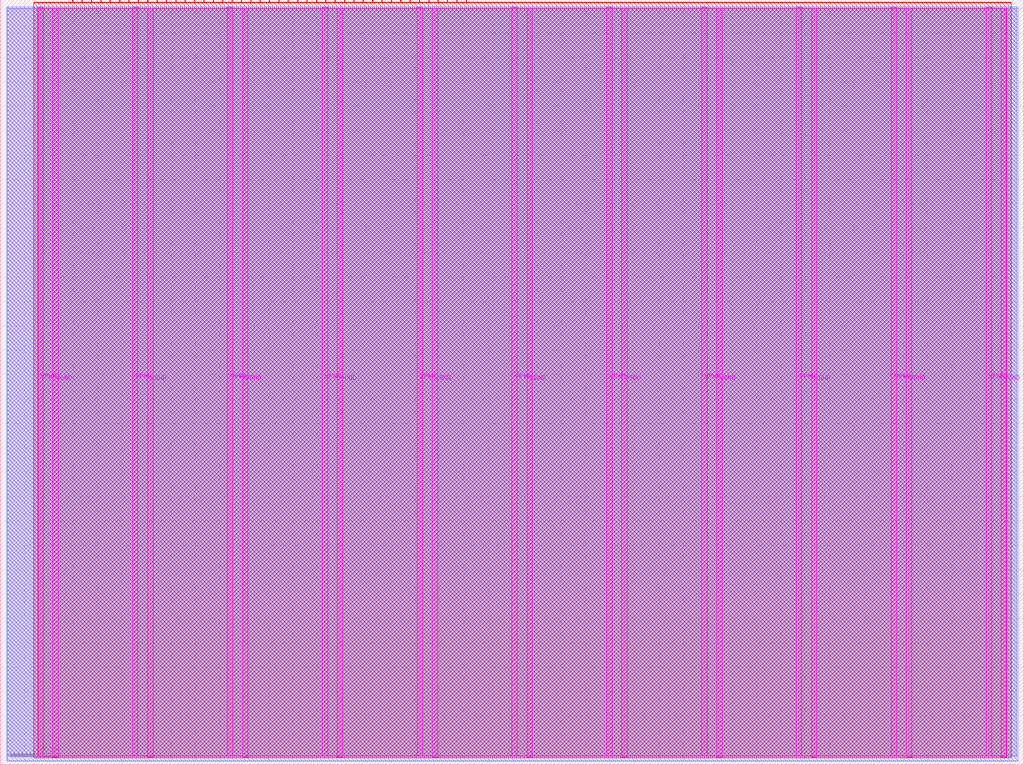
<source format=lef>
VERSION 5.7 ;
  NOWIREEXTENSIONATPIN ON ;
  DIVIDERCHAR "/" ;
  BUSBITCHARS "[]" ;
MACRO tt_um_chrismoos_led_controller
  CLASS BLOCK ;
  FOREIGN tt_um_chrismoos_led_controller ;
  ORIGIN 0.000 0.000 ;
  SIZE 419.520 BY 313.740 ;
  PIN VGND
    DIRECTION INOUT ;
    USE GROUND ;
    PORT
      LAYER TopMetal1 ;
        RECT 21.580 3.150 23.780 310.180 ;
    END
    PORT
      LAYER TopMetal1 ;
        RECT 60.450 3.150 62.650 310.180 ;
    END
    PORT
      LAYER TopMetal1 ;
        RECT 99.320 3.150 101.520 310.180 ;
    END
    PORT
      LAYER TopMetal1 ;
        RECT 138.190 3.150 140.390 310.180 ;
    END
    PORT
      LAYER TopMetal1 ;
        RECT 177.060 3.150 179.260 310.180 ;
    END
    PORT
      LAYER TopMetal1 ;
        RECT 215.930 3.150 218.130 310.180 ;
    END
    PORT
      LAYER TopMetal1 ;
        RECT 254.800 3.150 257.000 310.180 ;
    END
    PORT
      LAYER TopMetal1 ;
        RECT 293.670 3.150 295.870 310.180 ;
    END
    PORT
      LAYER TopMetal1 ;
        RECT 332.540 3.150 334.740 310.180 ;
    END
    PORT
      LAYER TopMetal1 ;
        RECT 371.410 3.150 373.610 310.180 ;
    END
    PORT
      LAYER TopMetal1 ;
        RECT 410.280 3.150 412.480 310.180 ;
    END
  END VGND
  PIN VPWR
    DIRECTION INOUT ;
    USE POWER ;
    PORT
      LAYER TopMetal1 ;
        RECT 15.380 3.560 17.580 310.590 ;
    END
    PORT
      LAYER TopMetal1 ;
        RECT 54.250 3.560 56.450 310.590 ;
    END
    PORT
      LAYER TopMetal1 ;
        RECT 93.120 3.560 95.320 310.590 ;
    END
    PORT
      LAYER TopMetal1 ;
        RECT 131.990 3.560 134.190 310.590 ;
    END
    PORT
      LAYER TopMetal1 ;
        RECT 170.860 3.560 173.060 310.590 ;
    END
    PORT
      LAYER TopMetal1 ;
        RECT 209.730 3.560 211.930 310.590 ;
    END
    PORT
      LAYER TopMetal1 ;
        RECT 248.600 3.560 250.800 310.590 ;
    END
    PORT
      LAYER TopMetal1 ;
        RECT 287.470 3.560 289.670 310.590 ;
    END
    PORT
      LAYER TopMetal1 ;
        RECT 326.340 3.560 328.540 310.590 ;
    END
    PORT
      LAYER TopMetal1 ;
        RECT 365.210 3.560 367.410 310.590 ;
    END
    PORT
      LAYER TopMetal1 ;
        RECT 404.080 3.560 406.280 310.590 ;
    END
  END VPWR
  PIN clk
    DIRECTION INPUT ;
    USE SIGNAL ;
    ANTENNAGATEAREA 0.725400 ;
    PORT
      LAYER Metal4 ;
        RECT 187.050 312.740 187.350 313.740 ;
    END
  END clk
  PIN ena
    DIRECTION INPUT ;
    USE SIGNAL ;
    PORT
      LAYER Metal4 ;
        RECT 190.890 312.740 191.190 313.740 ;
    END
  END ena
  PIN rst_n
    DIRECTION INPUT ;
    USE SIGNAL ;
    ANTENNAGATEAREA 0.180700 ;
    PORT
      LAYER Metal4 ;
        RECT 183.210 312.740 183.510 313.740 ;
    END
  END rst_n
  PIN ui_in[0]
    DIRECTION INPUT ;
    USE SIGNAL ;
    ANTENNAGATEAREA 0.180700 ;
    PORT
      LAYER Metal4 ;
        RECT 179.370 312.740 179.670 313.740 ;
    END
  END ui_in[0]
  PIN ui_in[1]
    DIRECTION INPUT ;
    USE SIGNAL ;
    ANTENNAGATEAREA 0.180700 ;
    PORT
      LAYER Metal4 ;
        RECT 175.530 312.740 175.830 313.740 ;
    END
  END ui_in[1]
  PIN ui_in[2]
    DIRECTION INPUT ;
    USE SIGNAL ;
    ANTENNAGATEAREA 0.180700 ;
    PORT
      LAYER Metal4 ;
        RECT 171.690 312.740 171.990 313.740 ;
    END
  END ui_in[2]
  PIN ui_in[3]
    DIRECTION INPUT ;
    USE SIGNAL ;
    ANTENNAGATEAREA 0.180700 ;
    PORT
      LAYER Metal4 ;
        RECT 167.850 312.740 168.150 313.740 ;
    END
  END ui_in[3]
  PIN ui_in[4]
    DIRECTION INPUT ;
    USE SIGNAL ;
    PORT
      LAYER Metal4 ;
        RECT 164.010 312.740 164.310 313.740 ;
    END
  END ui_in[4]
  PIN ui_in[5]
    DIRECTION INPUT ;
    USE SIGNAL ;
    PORT
      LAYER Metal4 ;
        RECT 160.170 312.740 160.470 313.740 ;
    END
  END ui_in[5]
  PIN ui_in[6]
    DIRECTION INPUT ;
    USE SIGNAL ;
    PORT
      LAYER Metal4 ;
        RECT 156.330 312.740 156.630 313.740 ;
    END
  END ui_in[6]
  PIN ui_in[7]
    DIRECTION INPUT ;
    USE SIGNAL ;
    PORT
      LAYER Metal4 ;
        RECT 152.490 312.740 152.790 313.740 ;
    END
  END ui_in[7]
  PIN uio_in[0]
    DIRECTION INPUT ;
    USE SIGNAL ;
    PORT
      LAYER Metal4 ;
        RECT 148.650 312.740 148.950 313.740 ;
    END
  END uio_in[0]
  PIN uio_in[1]
    DIRECTION INPUT ;
    USE SIGNAL ;
    PORT
      LAYER Metal4 ;
        RECT 144.810 312.740 145.110 313.740 ;
    END
  END uio_in[1]
  PIN uio_in[2]
    DIRECTION INPUT ;
    USE SIGNAL ;
    PORT
      LAYER Metal4 ;
        RECT 140.970 312.740 141.270 313.740 ;
    END
  END uio_in[2]
  PIN uio_in[3]
    DIRECTION INPUT ;
    USE SIGNAL ;
    PORT
      LAYER Metal4 ;
        RECT 137.130 312.740 137.430 313.740 ;
    END
  END uio_in[3]
  PIN uio_in[4]
    DIRECTION INPUT ;
    USE SIGNAL ;
    PORT
      LAYER Metal4 ;
        RECT 133.290 312.740 133.590 313.740 ;
    END
  END uio_in[4]
  PIN uio_in[5]
    DIRECTION INPUT ;
    USE SIGNAL ;
    PORT
      LAYER Metal4 ;
        RECT 129.450 312.740 129.750 313.740 ;
    END
  END uio_in[5]
  PIN uio_in[6]
    DIRECTION INPUT ;
    USE SIGNAL ;
    PORT
      LAYER Metal4 ;
        RECT 125.610 312.740 125.910 313.740 ;
    END
  END uio_in[6]
  PIN uio_in[7]
    DIRECTION INPUT ;
    USE SIGNAL ;
    PORT
      LAYER Metal4 ;
        RECT 121.770 312.740 122.070 313.740 ;
    END
  END uio_in[7]
  PIN uio_oe[0]
    DIRECTION OUTPUT ;
    USE SIGNAL ;
    ANTENNAGATEAREA 0.241800 ;
    ANTENNADIFFAREA 0.706800 ;
    PORT
      LAYER Metal4 ;
        RECT 56.490 312.740 56.790 313.740 ;
    END
  END uio_oe[0]
  PIN uio_oe[1]
    DIRECTION OUTPUT ;
    USE SIGNAL ;
    ANTENNADIFFAREA 0.299200 ;
    PORT
      LAYER Metal4 ;
        RECT 52.650 312.740 52.950 313.740 ;
    END
  END uio_oe[1]
  PIN uio_oe[2]
    DIRECTION OUTPUT ;
    USE SIGNAL ;
    ANTENNADIFFAREA 0.299200 ;
    PORT
      LAYER Metal4 ;
        RECT 48.810 312.740 49.110 313.740 ;
    END
  END uio_oe[2]
  PIN uio_oe[3]
    DIRECTION OUTPUT ;
    USE SIGNAL ;
    ANTENNADIFFAREA 0.299200 ;
    PORT
      LAYER Metal4 ;
        RECT 44.970 312.740 45.270 313.740 ;
    END
  END uio_oe[3]
  PIN uio_oe[4]
    DIRECTION OUTPUT ;
    USE SIGNAL ;
    ANTENNADIFFAREA 0.299200 ;
    PORT
      LAYER Metal4 ;
        RECT 41.130 312.740 41.430 313.740 ;
    END
  END uio_oe[4]
  PIN uio_oe[5]
    DIRECTION OUTPUT ;
    USE SIGNAL ;
    ANTENNADIFFAREA 0.299200 ;
    PORT
      LAYER Metal4 ;
        RECT 37.290 312.740 37.590 313.740 ;
    END
  END uio_oe[5]
  PIN uio_oe[6]
    DIRECTION OUTPUT ;
    USE SIGNAL ;
    ANTENNADIFFAREA 0.299200 ;
    PORT
      LAYER Metal4 ;
        RECT 33.450 312.740 33.750 313.740 ;
    END
  END uio_oe[6]
  PIN uio_oe[7]
    DIRECTION OUTPUT ;
    USE SIGNAL ;
    ANTENNADIFFAREA 0.299200 ;
    PORT
      LAYER Metal4 ;
        RECT 29.610 312.740 29.910 313.740 ;
    END
  END uio_oe[7]
  PIN uio_out[0]
    DIRECTION OUTPUT ;
    USE SIGNAL ;
    ANTENNADIFFAREA 0.708600 ;
    PORT
      LAYER Metal4 ;
        RECT 87.210 312.740 87.510 313.740 ;
    END
  END uio_out[0]
  PIN uio_out[1]
    DIRECTION OUTPUT ;
    USE SIGNAL ;
    ANTENNADIFFAREA 0.299200 ;
    PORT
      LAYER Metal4 ;
        RECT 83.370 312.740 83.670 313.740 ;
    END
  END uio_out[1]
  PIN uio_out[2]
    DIRECTION OUTPUT ;
    USE SIGNAL ;
    ANTENNADIFFAREA 0.299200 ;
    PORT
      LAYER Metal4 ;
        RECT 79.530 312.740 79.830 313.740 ;
    END
  END uio_out[2]
  PIN uio_out[3]
    DIRECTION OUTPUT ;
    USE SIGNAL ;
    ANTENNADIFFAREA 0.299200 ;
    PORT
      LAYER Metal4 ;
        RECT 75.690 312.740 75.990 313.740 ;
    END
  END uio_out[3]
  PIN uio_out[4]
    DIRECTION OUTPUT ;
    USE SIGNAL ;
    ANTENNADIFFAREA 0.299200 ;
    PORT
      LAYER Metal4 ;
        RECT 71.850 312.740 72.150 313.740 ;
    END
  END uio_out[4]
  PIN uio_out[5]
    DIRECTION OUTPUT ;
    USE SIGNAL ;
    ANTENNADIFFAREA 0.299200 ;
    PORT
      LAYER Metal4 ;
        RECT 68.010 312.740 68.310 313.740 ;
    END
  END uio_out[5]
  PIN uio_out[6]
    DIRECTION OUTPUT ;
    USE SIGNAL ;
    ANTENNADIFFAREA 0.299200 ;
    PORT
      LAYER Metal4 ;
        RECT 64.170 312.740 64.470 313.740 ;
    END
  END uio_out[6]
  PIN uio_out[7]
    DIRECTION OUTPUT ;
    USE SIGNAL ;
    ANTENNADIFFAREA 0.299200 ;
    PORT
      LAYER Metal4 ;
        RECT 60.330 312.740 60.630 313.740 ;
    END
  END uio_out[7]
  PIN uo_out[0]
    DIRECTION OUTPUT ;
    USE SIGNAL ;
    ANTENNADIFFAREA 0.708600 ;
    PORT
      LAYER Metal4 ;
        RECT 117.930 312.740 118.230 313.740 ;
    END
  END uo_out[0]
  PIN uo_out[1]
    DIRECTION OUTPUT ;
    USE SIGNAL ;
    ANTENNADIFFAREA 0.708600 ;
    PORT
      LAYER Metal4 ;
        RECT 114.090 312.740 114.390 313.740 ;
    END
  END uo_out[1]
  PIN uo_out[2]
    DIRECTION OUTPUT ;
    USE SIGNAL ;
    ANTENNADIFFAREA 0.708600 ;
    PORT
      LAYER Metal4 ;
        RECT 110.250 312.740 110.550 313.740 ;
    END
  END uo_out[2]
  PIN uo_out[3]
    DIRECTION OUTPUT ;
    USE SIGNAL ;
    ANTENNADIFFAREA 0.708600 ;
    PORT
      LAYER Metal4 ;
        RECT 106.410 312.740 106.710 313.740 ;
    END
  END uo_out[3]
  PIN uo_out[4]
    DIRECTION OUTPUT ;
    USE SIGNAL ;
    ANTENNADIFFAREA 0.299200 ;
    PORT
      LAYER Metal4 ;
        RECT 102.570 312.740 102.870 313.740 ;
    END
  END uo_out[4]
  PIN uo_out[5]
    DIRECTION OUTPUT ;
    USE SIGNAL ;
    ANTENNADIFFAREA 0.299200 ;
    PORT
      LAYER Metal4 ;
        RECT 98.730 312.740 99.030 313.740 ;
    END
  END uo_out[5]
  PIN uo_out[6]
    DIRECTION OUTPUT ;
    USE SIGNAL ;
    ANTENNADIFFAREA 0.299200 ;
    PORT
      LAYER Metal4 ;
        RECT 94.890 312.740 95.190 313.740 ;
    END
  END uo_out[6]
  PIN uo_out[7]
    DIRECTION OUTPUT ;
    USE SIGNAL ;
    ANTENNADIFFAREA 0.299200 ;
    PORT
      LAYER Metal4 ;
        RECT 91.050 312.740 91.350 313.740 ;
    END
  END uo_out[7]
  OBS
      LAYER GatPoly ;
        RECT 2.880 3.630 416.640 310.110 ;
      LAYER Metal1 ;
        RECT 2.880 3.560 416.640 310.180 ;
      LAYER Metal2 ;
        RECT 2.775 1.535 417.225 310.945 ;
      LAYER Metal3 ;
        RECT 2.735 1.580 417.265 310.905 ;
      LAYER Metal4 ;
        RECT 13.820 312.530 29.400 312.740 ;
        RECT 30.120 312.530 33.240 312.740 ;
        RECT 33.960 312.530 37.080 312.740 ;
        RECT 37.800 312.530 40.920 312.740 ;
        RECT 41.640 312.530 44.760 312.740 ;
        RECT 45.480 312.530 48.600 312.740 ;
        RECT 49.320 312.530 52.440 312.740 ;
        RECT 53.160 312.530 56.280 312.740 ;
        RECT 57.000 312.530 60.120 312.740 ;
        RECT 60.840 312.530 63.960 312.740 ;
        RECT 64.680 312.530 67.800 312.740 ;
        RECT 68.520 312.530 71.640 312.740 ;
        RECT 72.360 312.530 75.480 312.740 ;
        RECT 76.200 312.530 79.320 312.740 ;
        RECT 80.040 312.530 83.160 312.740 ;
        RECT 83.880 312.530 87.000 312.740 ;
        RECT 87.720 312.530 90.840 312.740 ;
        RECT 91.560 312.530 94.680 312.740 ;
        RECT 95.400 312.530 98.520 312.740 ;
        RECT 99.240 312.530 102.360 312.740 ;
        RECT 103.080 312.530 106.200 312.740 ;
        RECT 106.920 312.530 110.040 312.740 ;
        RECT 110.760 312.530 113.880 312.740 ;
        RECT 114.600 312.530 117.720 312.740 ;
        RECT 118.440 312.530 121.560 312.740 ;
        RECT 122.280 312.530 125.400 312.740 ;
        RECT 126.120 312.530 129.240 312.740 ;
        RECT 129.960 312.530 133.080 312.740 ;
        RECT 133.800 312.530 136.920 312.740 ;
        RECT 137.640 312.530 140.760 312.740 ;
        RECT 141.480 312.530 144.600 312.740 ;
        RECT 145.320 312.530 148.440 312.740 ;
        RECT 149.160 312.530 152.280 312.740 ;
        RECT 153.000 312.530 156.120 312.740 ;
        RECT 156.840 312.530 159.960 312.740 ;
        RECT 160.680 312.530 163.800 312.740 ;
        RECT 164.520 312.530 167.640 312.740 ;
        RECT 168.360 312.530 171.480 312.740 ;
        RECT 172.200 312.530 175.320 312.740 ;
        RECT 176.040 312.530 179.160 312.740 ;
        RECT 179.880 312.530 183.000 312.740 ;
        RECT 183.720 312.530 186.840 312.740 ;
        RECT 187.560 312.530 190.680 312.740 ;
        RECT 191.400 312.530 414.340 312.740 ;
        RECT 13.820 2.795 414.340 312.530 ;
      LAYER Metal5 ;
        RECT 15.515 3.470 412.345 310.270 ;
  END
END tt_um_chrismoos_led_controller
END LIBRARY


</source>
